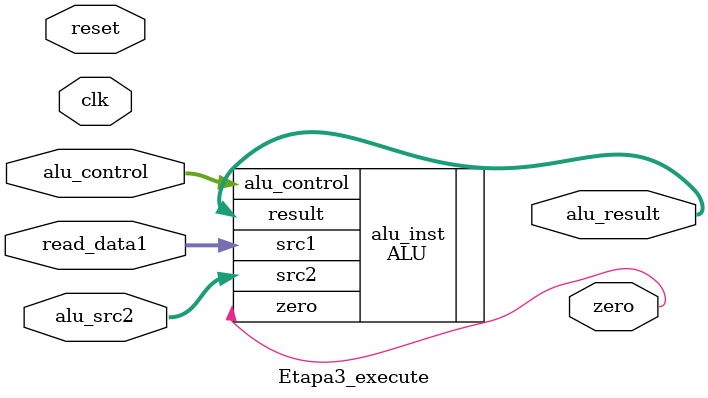
<source format=v>
module Etapa3_execute(
    input clk,
    input reset,
    input [31:0] alu_src2,
    input [3:0] alu_control,
    input [31:0] read_data1,

    output [31:0] alu_result,
    output  zero
);

// Instancia de la ALU
ALU alu_inst (  
    .src1(read_data1),
    .src2(alu_src2),
    .alu_control(alu_control),
    .result(alu_result),
    .zero(zero)
);


    endmodule


</source>
